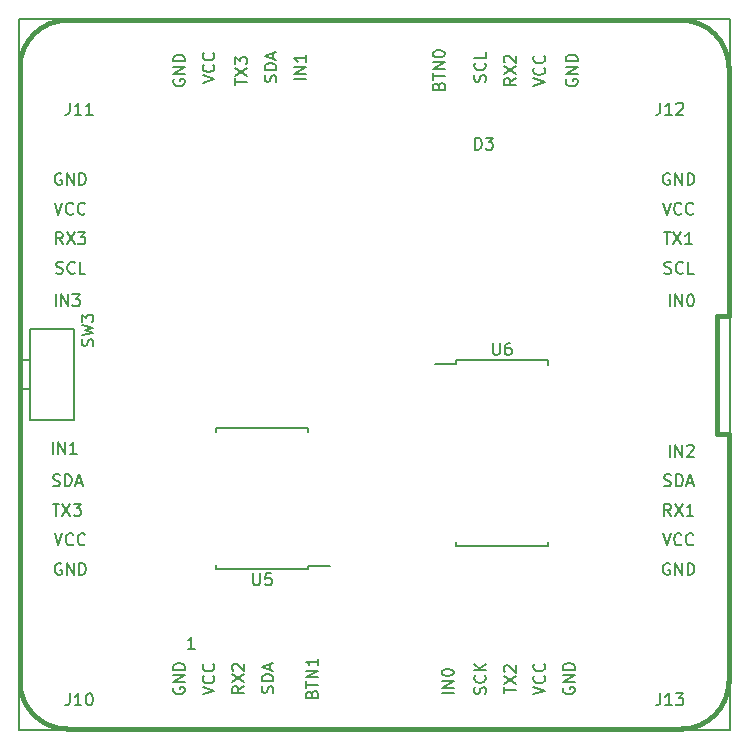
<source format=gbr>
%TF.GenerationSoftware,KiCad,Pcbnew,5.0.1-33cea8e~68~ubuntu16.04.1*%
%TF.CreationDate,2018-11-19T21:37:36+01:00*%
%TF.ProjectId,bcl4v2,62636C3476322E6B696361645F706362,rev?*%
%TF.SameCoordinates,Original*%
%TF.FileFunction,Legend,Top*%
%TF.FilePolarity,Positive*%
%FSLAX46Y46*%
G04 Gerber Fmt 4.6, Leading zero omitted, Abs format (unit mm)*
G04 Created by KiCad (PCBNEW 5.0.1-33cea8e~68~ubuntu16.04.1) date Po 19. listopad 2018, 21:37:36 CET*
%MOMM*%
%LPD*%
G01*
G04 APERTURE LIST*
%ADD10C,0.150000*%
%ADD11C,0.381000*%
G04 APERTURE END LIST*
D10*
X124416666Y-113452380D02*
X124750000Y-114452380D01*
X125083333Y-113452380D01*
X125988095Y-114357142D02*
X125940476Y-114404761D01*
X125797619Y-114452380D01*
X125702380Y-114452380D01*
X125559523Y-114404761D01*
X125464285Y-114309523D01*
X125416666Y-114214285D01*
X125369047Y-114023809D01*
X125369047Y-113880952D01*
X125416666Y-113690476D01*
X125464285Y-113595238D01*
X125559523Y-113500000D01*
X125702380Y-113452380D01*
X125797619Y-113452380D01*
X125940476Y-113500000D01*
X125988095Y-113547619D01*
X126988095Y-114357142D02*
X126940476Y-114404761D01*
X126797619Y-114452380D01*
X126702380Y-114452380D01*
X126559523Y-114404761D01*
X126464285Y-114309523D01*
X126416666Y-114214285D01*
X126369047Y-114023809D01*
X126369047Y-113880952D01*
X126416666Y-113690476D01*
X126464285Y-113595238D01*
X126559523Y-113500000D01*
X126702380Y-113452380D01*
X126797619Y-113452380D01*
X126940476Y-113500000D01*
X126988095Y-113547619D01*
X125000000Y-94202380D02*
X125000000Y-93202380D01*
X125476190Y-94202380D02*
X125476190Y-93202380D01*
X126047619Y-94202380D01*
X126047619Y-93202380D01*
X126714285Y-93202380D02*
X126809523Y-93202380D01*
X126904761Y-93250000D01*
X126952380Y-93297619D01*
X127000000Y-93392857D01*
X127047619Y-93583333D01*
X127047619Y-93821428D01*
X127000000Y-94011904D01*
X126952380Y-94107142D01*
X126904761Y-94154761D01*
X126809523Y-94202380D01*
X126714285Y-94202380D01*
X126619047Y-94154761D01*
X126571428Y-94107142D01*
X126523809Y-94011904D01*
X126476190Y-93821428D01*
X126476190Y-93583333D01*
X126523809Y-93392857D01*
X126571428Y-93297619D01*
X126619047Y-93250000D01*
X126714285Y-93202380D01*
X125000000Y-106952380D02*
X125000000Y-105952380D01*
X125476190Y-106952380D02*
X125476190Y-105952380D01*
X126047619Y-106952380D01*
X126047619Y-105952380D01*
X126476190Y-106047619D02*
X126523809Y-106000000D01*
X126619047Y-105952380D01*
X126857142Y-105952380D01*
X126952380Y-106000000D01*
X127000000Y-106047619D01*
X127047619Y-106142857D01*
X127047619Y-106238095D01*
X127000000Y-106380952D01*
X126428571Y-106952380D01*
X127047619Y-106952380D01*
X124559523Y-91404761D02*
X124702380Y-91452380D01*
X124940476Y-91452380D01*
X125035714Y-91404761D01*
X125083333Y-91357142D01*
X125130952Y-91261904D01*
X125130952Y-91166666D01*
X125083333Y-91071428D01*
X125035714Y-91023809D01*
X124940476Y-90976190D01*
X124750000Y-90928571D01*
X124654761Y-90880952D01*
X124607142Y-90833333D01*
X124559523Y-90738095D01*
X124559523Y-90642857D01*
X124607142Y-90547619D01*
X124654761Y-90500000D01*
X124750000Y-90452380D01*
X124988095Y-90452380D01*
X125130952Y-90500000D01*
X126130952Y-91357142D02*
X126083333Y-91404761D01*
X125940476Y-91452380D01*
X125845238Y-91452380D01*
X125702380Y-91404761D01*
X125607142Y-91309523D01*
X125559523Y-91214285D01*
X125511904Y-91023809D01*
X125511904Y-90880952D01*
X125559523Y-90690476D01*
X125607142Y-90595238D01*
X125702380Y-90500000D01*
X125845238Y-90452380D01*
X125940476Y-90452380D01*
X126083333Y-90500000D01*
X126130952Y-90547619D01*
X127035714Y-91452380D02*
X126559523Y-91452380D01*
X126559523Y-90452380D01*
X124416666Y-85452380D02*
X124750000Y-86452380D01*
X125083333Y-85452380D01*
X125988095Y-86357142D02*
X125940476Y-86404761D01*
X125797619Y-86452380D01*
X125702380Y-86452380D01*
X125559523Y-86404761D01*
X125464285Y-86309523D01*
X125416666Y-86214285D01*
X125369047Y-86023809D01*
X125369047Y-85880952D01*
X125416666Y-85690476D01*
X125464285Y-85595238D01*
X125559523Y-85500000D01*
X125702380Y-85452380D01*
X125797619Y-85452380D01*
X125940476Y-85500000D01*
X125988095Y-85547619D01*
X126988095Y-86357142D02*
X126940476Y-86404761D01*
X126797619Y-86452380D01*
X126702380Y-86452380D01*
X126559523Y-86404761D01*
X126464285Y-86309523D01*
X126416666Y-86214285D01*
X126369047Y-86023809D01*
X126369047Y-85880952D01*
X126416666Y-85690476D01*
X126464285Y-85595238D01*
X126559523Y-85500000D01*
X126702380Y-85452380D01*
X126797619Y-85452380D01*
X126940476Y-85500000D01*
X126988095Y-85547619D01*
X124535714Y-109404761D02*
X124678571Y-109452380D01*
X124916666Y-109452380D01*
X125011904Y-109404761D01*
X125059523Y-109357142D01*
X125107142Y-109261904D01*
X125107142Y-109166666D01*
X125059523Y-109071428D01*
X125011904Y-109023809D01*
X124916666Y-108976190D01*
X124726190Y-108928571D01*
X124630952Y-108880952D01*
X124583333Y-108833333D01*
X124535714Y-108738095D01*
X124535714Y-108642857D01*
X124583333Y-108547619D01*
X124630952Y-108500000D01*
X124726190Y-108452380D01*
X124964285Y-108452380D01*
X125107142Y-108500000D01*
X125535714Y-109452380D02*
X125535714Y-108452380D01*
X125773809Y-108452380D01*
X125916666Y-108500000D01*
X126011904Y-108595238D01*
X126059523Y-108690476D01*
X126107142Y-108880952D01*
X126107142Y-109023809D01*
X126059523Y-109214285D01*
X126011904Y-109309523D01*
X125916666Y-109404761D01*
X125773809Y-109452380D01*
X125535714Y-109452380D01*
X126488095Y-109166666D02*
X126964285Y-109166666D01*
X126392857Y-109452380D02*
X126726190Y-108452380D01*
X127059523Y-109452380D01*
X124988095Y-116000000D02*
X124892857Y-115952380D01*
X124750000Y-115952380D01*
X124607142Y-116000000D01*
X124511904Y-116095238D01*
X124464285Y-116190476D01*
X124416666Y-116380952D01*
X124416666Y-116523809D01*
X124464285Y-116714285D01*
X124511904Y-116809523D01*
X124607142Y-116904761D01*
X124750000Y-116952380D01*
X124845238Y-116952380D01*
X124988095Y-116904761D01*
X125035714Y-116857142D01*
X125035714Y-116523809D01*
X124845238Y-116523809D01*
X125464285Y-116952380D02*
X125464285Y-115952380D01*
X126035714Y-116952380D01*
X126035714Y-115952380D01*
X126511904Y-116952380D02*
X126511904Y-115952380D01*
X126750000Y-115952380D01*
X126892857Y-116000000D01*
X126988095Y-116095238D01*
X127035714Y-116190476D01*
X127083333Y-116380952D01*
X127083333Y-116523809D01*
X127035714Y-116714285D01*
X126988095Y-116809523D01*
X126892857Y-116904761D01*
X126750000Y-116952380D01*
X126511904Y-116952380D01*
X124511904Y-87952380D02*
X125083333Y-87952380D01*
X124797619Y-88952380D02*
X124797619Y-87952380D01*
X125321428Y-87952380D02*
X125988095Y-88952380D01*
X125988095Y-87952380D02*
X125321428Y-88952380D01*
X126892857Y-88952380D02*
X126321428Y-88952380D01*
X126607142Y-88952380D02*
X126607142Y-87952380D01*
X126511904Y-88095238D01*
X126416666Y-88190476D01*
X126321428Y-88238095D01*
X125107142Y-111952380D02*
X124773809Y-111476190D01*
X124535714Y-111952380D02*
X124535714Y-110952380D01*
X124916666Y-110952380D01*
X125011904Y-111000000D01*
X125059523Y-111047619D01*
X125107142Y-111142857D01*
X125107142Y-111285714D01*
X125059523Y-111380952D01*
X125011904Y-111428571D01*
X124916666Y-111476190D01*
X124535714Y-111476190D01*
X125440476Y-110952380D02*
X126107142Y-111952380D01*
X126107142Y-110952380D02*
X125440476Y-111952380D01*
X127011904Y-111952380D02*
X126440476Y-111952380D01*
X126726190Y-111952380D02*
X126726190Y-110952380D01*
X126630952Y-111095238D01*
X126535714Y-111190476D01*
X126440476Y-111238095D01*
X124988095Y-83000000D02*
X124892857Y-82952380D01*
X124750000Y-82952380D01*
X124607142Y-83000000D01*
X124511904Y-83095238D01*
X124464285Y-83190476D01*
X124416666Y-83380952D01*
X124416666Y-83523809D01*
X124464285Y-83714285D01*
X124511904Y-83809523D01*
X124607142Y-83904761D01*
X124750000Y-83952380D01*
X124845238Y-83952380D01*
X124988095Y-83904761D01*
X125035714Y-83857142D01*
X125035714Y-83523809D01*
X124845238Y-83523809D01*
X125464285Y-83952380D02*
X125464285Y-82952380D01*
X126035714Y-83952380D01*
X126035714Y-82952380D01*
X126511904Y-83952380D02*
X126511904Y-82952380D01*
X126750000Y-82952380D01*
X126892857Y-83000000D01*
X126988095Y-83095238D01*
X127035714Y-83190476D01*
X127083333Y-83380952D01*
X127083333Y-83523809D01*
X127035714Y-83714285D01*
X126988095Y-83809523D01*
X126892857Y-83904761D01*
X126750000Y-83952380D01*
X126511904Y-83952380D01*
X73488095Y-116000000D02*
X73392857Y-115952380D01*
X73250000Y-115952380D01*
X73107142Y-116000000D01*
X73011904Y-116095238D01*
X72964285Y-116190476D01*
X72916666Y-116380952D01*
X72916666Y-116523809D01*
X72964285Y-116714285D01*
X73011904Y-116809523D01*
X73107142Y-116904761D01*
X73250000Y-116952380D01*
X73345238Y-116952380D01*
X73488095Y-116904761D01*
X73535714Y-116857142D01*
X73535714Y-116523809D01*
X73345238Y-116523809D01*
X73964285Y-116952380D02*
X73964285Y-115952380D01*
X74535714Y-116952380D01*
X74535714Y-115952380D01*
X75011904Y-116952380D02*
X75011904Y-115952380D01*
X75250000Y-115952380D01*
X75392857Y-116000000D01*
X75488095Y-116095238D01*
X75535714Y-116190476D01*
X75583333Y-116380952D01*
X75583333Y-116523809D01*
X75535714Y-116714285D01*
X75488095Y-116809523D01*
X75392857Y-116904761D01*
X75250000Y-116952380D01*
X75011904Y-116952380D01*
X73488095Y-83000000D02*
X73392857Y-82952380D01*
X73250000Y-82952380D01*
X73107142Y-83000000D01*
X73011904Y-83095238D01*
X72964285Y-83190476D01*
X72916666Y-83380952D01*
X72916666Y-83523809D01*
X72964285Y-83714285D01*
X73011904Y-83809523D01*
X73107142Y-83904761D01*
X73250000Y-83952380D01*
X73345238Y-83952380D01*
X73488095Y-83904761D01*
X73535714Y-83857142D01*
X73535714Y-83523809D01*
X73345238Y-83523809D01*
X73964285Y-83952380D02*
X73964285Y-82952380D01*
X74535714Y-83952380D01*
X74535714Y-82952380D01*
X75011904Y-83952380D02*
X75011904Y-82952380D01*
X75250000Y-82952380D01*
X75392857Y-83000000D01*
X75488095Y-83095238D01*
X75535714Y-83190476D01*
X75583333Y-83380952D01*
X75583333Y-83523809D01*
X75535714Y-83714285D01*
X75488095Y-83809523D01*
X75392857Y-83904761D01*
X75250000Y-83952380D01*
X75011904Y-83952380D01*
X73000000Y-94202380D02*
X73000000Y-93202380D01*
X73476190Y-94202380D02*
X73476190Y-93202380D01*
X74047619Y-94202380D01*
X74047619Y-93202380D01*
X74428571Y-93202380D02*
X75047619Y-93202380D01*
X74714285Y-93583333D01*
X74857142Y-93583333D01*
X74952380Y-93630952D01*
X75000000Y-93678571D01*
X75047619Y-93773809D01*
X75047619Y-94011904D01*
X75000000Y-94107142D01*
X74952380Y-94154761D01*
X74857142Y-94202380D01*
X74571428Y-94202380D01*
X74476190Y-94154761D01*
X74428571Y-94107142D01*
X72761904Y-110952380D02*
X73333333Y-110952380D01*
X73047619Y-111952380D02*
X73047619Y-110952380D01*
X73571428Y-110952380D02*
X74238095Y-111952380D01*
X74238095Y-110952380D02*
X73571428Y-111952380D01*
X74523809Y-110952380D02*
X75142857Y-110952380D01*
X74809523Y-111333333D01*
X74952380Y-111333333D01*
X75047619Y-111380952D01*
X75095238Y-111428571D01*
X75142857Y-111523809D01*
X75142857Y-111761904D01*
X75095238Y-111857142D01*
X75047619Y-111904761D01*
X74952380Y-111952380D01*
X74666666Y-111952380D01*
X74571428Y-111904761D01*
X74523809Y-111857142D01*
X72916666Y-113452380D02*
X73250000Y-114452380D01*
X73583333Y-113452380D01*
X74488095Y-114357142D02*
X74440476Y-114404761D01*
X74297619Y-114452380D01*
X74202380Y-114452380D01*
X74059523Y-114404761D01*
X73964285Y-114309523D01*
X73916666Y-114214285D01*
X73869047Y-114023809D01*
X73869047Y-113880952D01*
X73916666Y-113690476D01*
X73964285Y-113595238D01*
X74059523Y-113500000D01*
X74202380Y-113452380D01*
X74297619Y-113452380D01*
X74440476Y-113500000D01*
X74488095Y-113547619D01*
X75488095Y-114357142D02*
X75440476Y-114404761D01*
X75297619Y-114452380D01*
X75202380Y-114452380D01*
X75059523Y-114404761D01*
X74964285Y-114309523D01*
X74916666Y-114214285D01*
X74869047Y-114023809D01*
X74869047Y-113880952D01*
X74916666Y-113690476D01*
X74964285Y-113595238D01*
X75059523Y-113500000D01*
X75202380Y-113452380D01*
X75297619Y-113452380D01*
X75440476Y-113500000D01*
X75488095Y-113547619D01*
X73059523Y-91404761D02*
X73202380Y-91452380D01*
X73440476Y-91452380D01*
X73535714Y-91404761D01*
X73583333Y-91357142D01*
X73630952Y-91261904D01*
X73630952Y-91166666D01*
X73583333Y-91071428D01*
X73535714Y-91023809D01*
X73440476Y-90976190D01*
X73250000Y-90928571D01*
X73154761Y-90880952D01*
X73107142Y-90833333D01*
X73059523Y-90738095D01*
X73059523Y-90642857D01*
X73107142Y-90547619D01*
X73154761Y-90500000D01*
X73250000Y-90452380D01*
X73488095Y-90452380D01*
X73630952Y-90500000D01*
X74630952Y-91357142D02*
X74583333Y-91404761D01*
X74440476Y-91452380D01*
X74345238Y-91452380D01*
X74202380Y-91404761D01*
X74107142Y-91309523D01*
X74059523Y-91214285D01*
X74011904Y-91023809D01*
X74011904Y-90880952D01*
X74059523Y-90690476D01*
X74107142Y-90595238D01*
X74202380Y-90500000D01*
X74345238Y-90452380D01*
X74440476Y-90452380D01*
X74583333Y-90500000D01*
X74630952Y-90547619D01*
X75535714Y-91452380D02*
X75059523Y-91452380D01*
X75059523Y-90452380D01*
X72785714Y-109404761D02*
X72928571Y-109452380D01*
X73166666Y-109452380D01*
X73261904Y-109404761D01*
X73309523Y-109357142D01*
X73357142Y-109261904D01*
X73357142Y-109166666D01*
X73309523Y-109071428D01*
X73261904Y-109023809D01*
X73166666Y-108976190D01*
X72976190Y-108928571D01*
X72880952Y-108880952D01*
X72833333Y-108833333D01*
X72785714Y-108738095D01*
X72785714Y-108642857D01*
X72833333Y-108547619D01*
X72880952Y-108500000D01*
X72976190Y-108452380D01*
X73214285Y-108452380D01*
X73357142Y-108500000D01*
X73785714Y-109452380D02*
X73785714Y-108452380D01*
X74023809Y-108452380D01*
X74166666Y-108500000D01*
X74261904Y-108595238D01*
X74309523Y-108690476D01*
X74357142Y-108880952D01*
X74357142Y-109023809D01*
X74309523Y-109214285D01*
X74261904Y-109309523D01*
X74166666Y-109404761D01*
X74023809Y-109452380D01*
X73785714Y-109452380D01*
X74738095Y-109166666D02*
X75214285Y-109166666D01*
X74642857Y-109452380D02*
X74976190Y-108452380D01*
X75309523Y-109452380D01*
X72750000Y-106702380D02*
X72750000Y-105702380D01*
X73226190Y-106702380D02*
X73226190Y-105702380D01*
X73797619Y-106702380D01*
X73797619Y-105702380D01*
X74797619Y-106702380D02*
X74226190Y-106702380D01*
X74511904Y-106702380D02*
X74511904Y-105702380D01*
X74416666Y-105845238D01*
X74321428Y-105940476D01*
X74226190Y-105988095D01*
X72916666Y-85452380D02*
X73250000Y-86452380D01*
X73583333Y-85452380D01*
X74488095Y-86357142D02*
X74440476Y-86404761D01*
X74297619Y-86452380D01*
X74202380Y-86452380D01*
X74059523Y-86404761D01*
X73964285Y-86309523D01*
X73916666Y-86214285D01*
X73869047Y-86023809D01*
X73869047Y-85880952D01*
X73916666Y-85690476D01*
X73964285Y-85595238D01*
X74059523Y-85500000D01*
X74202380Y-85452380D01*
X74297619Y-85452380D01*
X74440476Y-85500000D01*
X74488095Y-85547619D01*
X75488095Y-86357142D02*
X75440476Y-86404761D01*
X75297619Y-86452380D01*
X75202380Y-86452380D01*
X75059523Y-86404761D01*
X74964285Y-86309523D01*
X74916666Y-86214285D01*
X74869047Y-86023809D01*
X74869047Y-85880952D01*
X74916666Y-85690476D01*
X74964285Y-85595238D01*
X75059523Y-85500000D01*
X75202380Y-85452380D01*
X75297619Y-85452380D01*
X75440476Y-85500000D01*
X75488095Y-85547619D01*
X73607142Y-88952380D02*
X73273809Y-88476190D01*
X73035714Y-88952380D02*
X73035714Y-87952380D01*
X73416666Y-87952380D01*
X73511904Y-88000000D01*
X73559523Y-88047619D01*
X73607142Y-88142857D01*
X73607142Y-88285714D01*
X73559523Y-88380952D01*
X73511904Y-88428571D01*
X73416666Y-88476190D01*
X73035714Y-88476190D01*
X73940476Y-87952380D02*
X74607142Y-88952380D01*
X74607142Y-87952380D02*
X73940476Y-88952380D01*
X74892857Y-87952380D02*
X75511904Y-87952380D01*
X75178571Y-88333333D01*
X75321428Y-88333333D01*
X75416666Y-88380952D01*
X75464285Y-88428571D01*
X75511904Y-88523809D01*
X75511904Y-88761904D01*
X75464285Y-88857142D01*
X75416666Y-88904761D01*
X75321428Y-88952380D01*
X75035714Y-88952380D01*
X74940476Y-88904761D01*
X74892857Y-88857142D01*
X94202380Y-75000000D02*
X93202380Y-75000000D01*
X94202380Y-74523809D02*
X93202380Y-74523809D01*
X94202380Y-73952380D01*
X93202380Y-73952380D01*
X94202380Y-72952380D02*
X94202380Y-73523809D01*
X94202380Y-73238095D02*
X93202380Y-73238095D01*
X93345238Y-73333333D01*
X93440476Y-73428571D01*
X93488095Y-73523809D01*
X91654761Y-75214285D02*
X91702380Y-75071428D01*
X91702380Y-74833333D01*
X91654761Y-74738095D01*
X91607142Y-74690476D01*
X91511904Y-74642857D01*
X91416666Y-74642857D01*
X91321428Y-74690476D01*
X91273809Y-74738095D01*
X91226190Y-74833333D01*
X91178571Y-75023809D01*
X91130952Y-75119047D01*
X91083333Y-75166666D01*
X90988095Y-75214285D01*
X90892857Y-75214285D01*
X90797619Y-75166666D01*
X90750000Y-75119047D01*
X90702380Y-75023809D01*
X90702380Y-74785714D01*
X90750000Y-74642857D01*
X91702380Y-74214285D02*
X90702380Y-74214285D01*
X90702380Y-73976190D01*
X90750000Y-73833333D01*
X90845238Y-73738095D01*
X90940476Y-73690476D01*
X91130952Y-73642857D01*
X91273809Y-73642857D01*
X91464285Y-73690476D01*
X91559523Y-73738095D01*
X91654761Y-73833333D01*
X91702380Y-73976190D01*
X91702380Y-74214285D01*
X91416666Y-73261904D02*
X91416666Y-72785714D01*
X91702380Y-73357142D02*
X90702380Y-73023809D01*
X91702380Y-72690476D01*
X83000000Y-75011904D02*
X82952380Y-75107142D01*
X82952380Y-75250000D01*
X83000000Y-75392857D01*
X83095238Y-75488095D01*
X83190476Y-75535714D01*
X83380952Y-75583333D01*
X83523809Y-75583333D01*
X83714285Y-75535714D01*
X83809523Y-75488095D01*
X83904761Y-75392857D01*
X83952380Y-75250000D01*
X83952380Y-75154761D01*
X83904761Y-75011904D01*
X83857142Y-74964285D01*
X83523809Y-74964285D01*
X83523809Y-75154761D01*
X83952380Y-74535714D02*
X82952380Y-74535714D01*
X83952380Y-73964285D01*
X82952380Y-73964285D01*
X83952380Y-73488095D02*
X82952380Y-73488095D01*
X82952380Y-73250000D01*
X83000000Y-73107142D01*
X83095238Y-73011904D01*
X83190476Y-72964285D01*
X83380952Y-72916666D01*
X83523809Y-72916666D01*
X83714285Y-72964285D01*
X83809523Y-73011904D01*
X83904761Y-73107142D01*
X83952380Y-73250000D01*
X83952380Y-73488095D01*
X85452380Y-75333333D02*
X86452380Y-75000000D01*
X85452380Y-74666666D01*
X86357142Y-73761904D02*
X86404761Y-73809523D01*
X86452380Y-73952380D01*
X86452380Y-74047619D01*
X86404761Y-74190476D01*
X86309523Y-74285714D01*
X86214285Y-74333333D01*
X86023809Y-74380952D01*
X85880952Y-74380952D01*
X85690476Y-74333333D01*
X85595238Y-74285714D01*
X85500000Y-74190476D01*
X85452380Y-74047619D01*
X85452380Y-73952380D01*
X85500000Y-73809523D01*
X85547619Y-73761904D01*
X86357142Y-72761904D02*
X86404761Y-72809523D01*
X86452380Y-72952380D01*
X86452380Y-73047619D01*
X86404761Y-73190476D01*
X86309523Y-73285714D01*
X86214285Y-73333333D01*
X86023809Y-73380952D01*
X85880952Y-73380952D01*
X85690476Y-73333333D01*
X85595238Y-73285714D01*
X85500000Y-73190476D01*
X85452380Y-73047619D01*
X85452380Y-72952380D01*
X85500000Y-72809523D01*
X85547619Y-72761904D01*
X88202380Y-75488095D02*
X88202380Y-74916666D01*
X89202380Y-75202380D02*
X88202380Y-75202380D01*
X88202380Y-74678571D02*
X89202380Y-74011904D01*
X88202380Y-74011904D02*
X89202380Y-74678571D01*
X88202380Y-73726190D02*
X88202380Y-73107142D01*
X88583333Y-73440476D01*
X88583333Y-73297619D01*
X88630952Y-73202380D01*
X88678571Y-73154761D01*
X88773809Y-73107142D01*
X89011904Y-73107142D01*
X89107142Y-73154761D01*
X89154761Y-73202380D01*
X89202380Y-73297619D01*
X89202380Y-73583333D01*
X89154761Y-73678571D01*
X89107142Y-73726190D01*
X105428571Y-75559523D02*
X105476190Y-75416666D01*
X105523809Y-75369047D01*
X105619047Y-75321428D01*
X105761904Y-75321428D01*
X105857142Y-75369047D01*
X105904761Y-75416666D01*
X105952380Y-75511904D01*
X105952380Y-75892857D01*
X104952380Y-75892857D01*
X104952380Y-75559523D01*
X105000000Y-75464285D01*
X105047619Y-75416666D01*
X105142857Y-75369047D01*
X105238095Y-75369047D01*
X105333333Y-75416666D01*
X105380952Y-75464285D01*
X105428571Y-75559523D01*
X105428571Y-75892857D01*
X104952380Y-75035714D02*
X104952380Y-74464285D01*
X105952380Y-74750000D02*
X104952380Y-74750000D01*
X105952380Y-74130952D02*
X104952380Y-74130952D01*
X105952380Y-73559523D01*
X104952380Y-73559523D01*
X104952380Y-72892857D02*
X104952380Y-72797619D01*
X105000000Y-72702380D01*
X105047619Y-72654761D01*
X105142857Y-72607142D01*
X105333333Y-72559523D01*
X105571428Y-72559523D01*
X105761904Y-72607142D01*
X105857142Y-72654761D01*
X105904761Y-72702380D01*
X105952380Y-72797619D01*
X105952380Y-72892857D01*
X105904761Y-72988095D01*
X105857142Y-73035714D01*
X105761904Y-73083333D01*
X105571428Y-73130952D01*
X105333333Y-73130952D01*
X105142857Y-73083333D01*
X105047619Y-73035714D01*
X105000000Y-72988095D01*
X104952380Y-72892857D01*
X109404761Y-75190476D02*
X109452380Y-75047619D01*
X109452380Y-74809523D01*
X109404761Y-74714285D01*
X109357142Y-74666666D01*
X109261904Y-74619047D01*
X109166666Y-74619047D01*
X109071428Y-74666666D01*
X109023809Y-74714285D01*
X108976190Y-74809523D01*
X108928571Y-75000000D01*
X108880952Y-75095238D01*
X108833333Y-75142857D01*
X108738095Y-75190476D01*
X108642857Y-75190476D01*
X108547619Y-75142857D01*
X108500000Y-75095238D01*
X108452380Y-75000000D01*
X108452380Y-74761904D01*
X108500000Y-74619047D01*
X109357142Y-73619047D02*
X109404761Y-73666666D01*
X109452380Y-73809523D01*
X109452380Y-73904761D01*
X109404761Y-74047619D01*
X109309523Y-74142857D01*
X109214285Y-74190476D01*
X109023809Y-74238095D01*
X108880952Y-74238095D01*
X108690476Y-74190476D01*
X108595238Y-74142857D01*
X108500000Y-74047619D01*
X108452380Y-73904761D01*
X108452380Y-73809523D01*
X108500000Y-73666666D01*
X108547619Y-73619047D01*
X109452380Y-72714285D02*
X109452380Y-73190476D01*
X108452380Y-73190476D01*
X116250000Y-75011904D02*
X116202380Y-75107142D01*
X116202380Y-75250000D01*
X116250000Y-75392857D01*
X116345238Y-75488095D01*
X116440476Y-75535714D01*
X116630952Y-75583333D01*
X116773809Y-75583333D01*
X116964285Y-75535714D01*
X117059523Y-75488095D01*
X117154761Y-75392857D01*
X117202380Y-75250000D01*
X117202380Y-75154761D01*
X117154761Y-75011904D01*
X117107142Y-74964285D01*
X116773809Y-74964285D01*
X116773809Y-75154761D01*
X117202380Y-74535714D02*
X116202380Y-74535714D01*
X117202380Y-73964285D01*
X116202380Y-73964285D01*
X117202380Y-73488095D02*
X116202380Y-73488095D01*
X116202380Y-73250000D01*
X116250000Y-73107142D01*
X116345238Y-73011904D01*
X116440476Y-72964285D01*
X116630952Y-72916666D01*
X116773809Y-72916666D01*
X116964285Y-72964285D01*
X117059523Y-73011904D01*
X117154761Y-73107142D01*
X117202380Y-73250000D01*
X117202380Y-73488095D01*
X113452380Y-75583333D02*
X114452380Y-75250000D01*
X113452380Y-74916666D01*
X114357142Y-74011904D02*
X114404761Y-74059523D01*
X114452380Y-74202380D01*
X114452380Y-74297619D01*
X114404761Y-74440476D01*
X114309523Y-74535714D01*
X114214285Y-74583333D01*
X114023809Y-74630952D01*
X113880952Y-74630952D01*
X113690476Y-74583333D01*
X113595238Y-74535714D01*
X113500000Y-74440476D01*
X113452380Y-74297619D01*
X113452380Y-74202380D01*
X113500000Y-74059523D01*
X113547619Y-74011904D01*
X114357142Y-73011904D02*
X114404761Y-73059523D01*
X114452380Y-73202380D01*
X114452380Y-73297619D01*
X114404761Y-73440476D01*
X114309523Y-73535714D01*
X114214285Y-73583333D01*
X114023809Y-73630952D01*
X113880952Y-73630952D01*
X113690476Y-73583333D01*
X113595238Y-73535714D01*
X113500000Y-73440476D01*
X113452380Y-73297619D01*
X113452380Y-73202380D01*
X113500000Y-73059523D01*
X113547619Y-73011904D01*
X111952380Y-74892857D02*
X111476190Y-75226190D01*
X111952380Y-75464285D02*
X110952380Y-75464285D01*
X110952380Y-75083333D01*
X111000000Y-74988095D01*
X111047619Y-74940476D01*
X111142857Y-74892857D01*
X111285714Y-74892857D01*
X111380952Y-74940476D01*
X111428571Y-74988095D01*
X111476190Y-75083333D01*
X111476190Y-75464285D01*
X110952380Y-74559523D02*
X111952380Y-73892857D01*
X110952380Y-73892857D02*
X111952380Y-74559523D01*
X111047619Y-73559523D02*
X111000000Y-73511904D01*
X110952380Y-73416666D01*
X110952380Y-73178571D01*
X111000000Y-73083333D01*
X111047619Y-73035714D01*
X111142857Y-72988095D01*
X111238095Y-72988095D01*
X111380952Y-73035714D01*
X111952380Y-73607142D01*
X111952380Y-72988095D01*
X106702380Y-127000000D02*
X105702380Y-127000000D01*
X106702380Y-126523809D02*
X105702380Y-126523809D01*
X106702380Y-125952380D01*
X105702380Y-125952380D01*
X105702380Y-125285714D02*
X105702380Y-125190476D01*
X105750000Y-125095238D01*
X105797619Y-125047619D01*
X105892857Y-125000000D01*
X106083333Y-124952380D01*
X106321428Y-124952380D01*
X106511904Y-125000000D01*
X106607142Y-125047619D01*
X106654761Y-125095238D01*
X106702380Y-125190476D01*
X106702380Y-125285714D01*
X106654761Y-125380952D01*
X106607142Y-125428571D01*
X106511904Y-125476190D01*
X106321428Y-125523809D01*
X106083333Y-125523809D01*
X105892857Y-125476190D01*
X105797619Y-125428571D01*
X105750000Y-125380952D01*
X105702380Y-125285714D01*
X109404761Y-127035714D02*
X109452380Y-126892857D01*
X109452380Y-126654761D01*
X109404761Y-126559523D01*
X109357142Y-126511904D01*
X109261904Y-126464285D01*
X109166666Y-126464285D01*
X109071428Y-126511904D01*
X109023809Y-126559523D01*
X108976190Y-126654761D01*
X108928571Y-126845238D01*
X108880952Y-126940476D01*
X108833333Y-126988095D01*
X108738095Y-127035714D01*
X108642857Y-127035714D01*
X108547619Y-126988095D01*
X108500000Y-126940476D01*
X108452380Y-126845238D01*
X108452380Y-126607142D01*
X108500000Y-126464285D01*
X109357142Y-125464285D02*
X109404761Y-125511904D01*
X109452380Y-125654761D01*
X109452380Y-125750000D01*
X109404761Y-125892857D01*
X109309523Y-125988095D01*
X109214285Y-126035714D01*
X109023809Y-126083333D01*
X108880952Y-126083333D01*
X108690476Y-126035714D01*
X108595238Y-125988095D01*
X108500000Y-125892857D01*
X108452380Y-125750000D01*
X108452380Y-125654761D01*
X108500000Y-125511904D01*
X108547619Y-125464285D01*
X109452380Y-125035714D02*
X108452380Y-125035714D01*
X109452380Y-124464285D02*
X108880952Y-124892857D01*
X108452380Y-124464285D02*
X109023809Y-125035714D01*
X110952380Y-126988095D02*
X110952380Y-126416666D01*
X111952380Y-126702380D02*
X110952380Y-126702380D01*
X110952380Y-126178571D02*
X111952380Y-125511904D01*
X110952380Y-125511904D02*
X111952380Y-126178571D01*
X111047619Y-125178571D02*
X111000000Y-125130952D01*
X110952380Y-125035714D01*
X110952380Y-124797619D01*
X111000000Y-124702380D01*
X111047619Y-124654761D01*
X111142857Y-124607142D01*
X111238095Y-124607142D01*
X111380952Y-124654761D01*
X111952380Y-125226190D01*
X111952380Y-124607142D01*
X113452380Y-127083333D02*
X114452380Y-126750000D01*
X113452380Y-126416666D01*
X114357142Y-125511904D02*
X114404761Y-125559523D01*
X114452380Y-125702380D01*
X114452380Y-125797619D01*
X114404761Y-125940476D01*
X114309523Y-126035714D01*
X114214285Y-126083333D01*
X114023809Y-126130952D01*
X113880952Y-126130952D01*
X113690476Y-126083333D01*
X113595238Y-126035714D01*
X113500000Y-125940476D01*
X113452380Y-125797619D01*
X113452380Y-125702380D01*
X113500000Y-125559523D01*
X113547619Y-125511904D01*
X114357142Y-124511904D02*
X114404761Y-124559523D01*
X114452380Y-124702380D01*
X114452380Y-124797619D01*
X114404761Y-124940476D01*
X114309523Y-125035714D01*
X114214285Y-125083333D01*
X114023809Y-125130952D01*
X113880952Y-125130952D01*
X113690476Y-125083333D01*
X113595238Y-125035714D01*
X113500000Y-124940476D01*
X113452380Y-124797619D01*
X113452380Y-124702380D01*
X113500000Y-124559523D01*
X113547619Y-124511904D01*
X116000000Y-126511904D02*
X115952380Y-126607142D01*
X115952380Y-126750000D01*
X116000000Y-126892857D01*
X116095238Y-126988095D01*
X116190476Y-127035714D01*
X116380952Y-127083333D01*
X116523809Y-127083333D01*
X116714285Y-127035714D01*
X116809523Y-126988095D01*
X116904761Y-126892857D01*
X116952380Y-126750000D01*
X116952380Y-126654761D01*
X116904761Y-126511904D01*
X116857142Y-126464285D01*
X116523809Y-126464285D01*
X116523809Y-126654761D01*
X116952380Y-126035714D02*
X115952380Y-126035714D01*
X116952380Y-125464285D01*
X115952380Y-125464285D01*
X116952380Y-124988095D02*
X115952380Y-124988095D01*
X115952380Y-124750000D01*
X116000000Y-124607142D01*
X116095238Y-124511904D01*
X116190476Y-124464285D01*
X116380952Y-124416666D01*
X116523809Y-124416666D01*
X116714285Y-124464285D01*
X116809523Y-124511904D01*
X116904761Y-124607142D01*
X116952380Y-124750000D01*
X116952380Y-124988095D01*
X94678571Y-127059523D02*
X94726190Y-126916666D01*
X94773809Y-126869047D01*
X94869047Y-126821428D01*
X95011904Y-126821428D01*
X95107142Y-126869047D01*
X95154761Y-126916666D01*
X95202380Y-127011904D01*
X95202380Y-127392857D01*
X94202380Y-127392857D01*
X94202380Y-127059523D01*
X94250000Y-126964285D01*
X94297619Y-126916666D01*
X94392857Y-126869047D01*
X94488095Y-126869047D01*
X94583333Y-126916666D01*
X94630952Y-126964285D01*
X94678571Y-127059523D01*
X94678571Y-127392857D01*
X94202380Y-126535714D02*
X94202380Y-125964285D01*
X95202380Y-126250000D02*
X94202380Y-126250000D01*
X95202380Y-125630952D02*
X94202380Y-125630952D01*
X95202380Y-125059523D01*
X94202380Y-125059523D01*
X95202380Y-124059523D02*
X95202380Y-124630952D01*
X95202380Y-124345238D02*
X94202380Y-124345238D01*
X94345238Y-124440476D01*
X94440476Y-124535714D01*
X94488095Y-124630952D01*
X91404761Y-126964285D02*
X91452380Y-126821428D01*
X91452380Y-126583333D01*
X91404761Y-126488095D01*
X91357142Y-126440476D01*
X91261904Y-126392857D01*
X91166666Y-126392857D01*
X91071428Y-126440476D01*
X91023809Y-126488095D01*
X90976190Y-126583333D01*
X90928571Y-126773809D01*
X90880952Y-126869047D01*
X90833333Y-126916666D01*
X90738095Y-126964285D01*
X90642857Y-126964285D01*
X90547619Y-126916666D01*
X90500000Y-126869047D01*
X90452380Y-126773809D01*
X90452380Y-126535714D01*
X90500000Y-126392857D01*
X91452380Y-125964285D02*
X90452380Y-125964285D01*
X90452380Y-125726190D01*
X90500000Y-125583333D01*
X90595238Y-125488095D01*
X90690476Y-125440476D01*
X90880952Y-125392857D01*
X91023809Y-125392857D01*
X91214285Y-125440476D01*
X91309523Y-125488095D01*
X91404761Y-125583333D01*
X91452380Y-125726190D01*
X91452380Y-125964285D01*
X91166666Y-125011904D02*
X91166666Y-124535714D01*
X91452380Y-125107142D02*
X90452380Y-124773809D01*
X91452380Y-124440476D01*
X88952380Y-126392857D02*
X88476190Y-126726190D01*
X88952380Y-126964285D02*
X87952380Y-126964285D01*
X87952380Y-126583333D01*
X88000000Y-126488095D01*
X88047619Y-126440476D01*
X88142857Y-126392857D01*
X88285714Y-126392857D01*
X88380952Y-126440476D01*
X88428571Y-126488095D01*
X88476190Y-126583333D01*
X88476190Y-126964285D01*
X87952380Y-126059523D02*
X88952380Y-125392857D01*
X87952380Y-125392857D02*
X88952380Y-126059523D01*
X88047619Y-125059523D02*
X88000000Y-125011904D01*
X87952380Y-124916666D01*
X87952380Y-124678571D01*
X88000000Y-124583333D01*
X88047619Y-124535714D01*
X88142857Y-124488095D01*
X88238095Y-124488095D01*
X88380952Y-124535714D01*
X88952380Y-125107142D01*
X88952380Y-124488095D01*
X85452380Y-127083333D02*
X86452380Y-126750000D01*
X85452380Y-126416666D01*
X86357142Y-125511904D02*
X86404761Y-125559523D01*
X86452380Y-125702380D01*
X86452380Y-125797619D01*
X86404761Y-125940476D01*
X86309523Y-126035714D01*
X86214285Y-126083333D01*
X86023809Y-126130952D01*
X85880952Y-126130952D01*
X85690476Y-126083333D01*
X85595238Y-126035714D01*
X85500000Y-125940476D01*
X85452380Y-125797619D01*
X85452380Y-125702380D01*
X85500000Y-125559523D01*
X85547619Y-125511904D01*
X86357142Y-124511904D02*
X86404761Y-124559523D01*
X86452380Y-124702380D01*
X86452380Y-124797619D01*
X86404761Y-124940476D01*
X86309523Y-125035714D01*
X86214285Y-125083333D01*
X86023809Y-125130952D01*
X85880952Y-125130952D01*
X85690476Y-125083333D01*
X85595238Y-125035714D01*
X85500000Y-124940476D01*
X85452380Y-124797619D01*
X85452380Y-124702380D01*
X85500000Y-124559523D01*
X85547619Y-124511904D01*
X83000000Y-126511904D02*
X82952380Y-126607142D01*
X82952380Y-126750000D01*
X83000000Y-126892857D01*
X83095238Y-126988095D01*
X83190476Y-127035714D01*
X83380952Y-127083333D01*
X83523809Y-127083333D01*
X83714285Y-127035714D01*
X83809523Y-126988095D01*
X83904761Y-126892857D01*
X83952380Y-126750000D01*
X83952380Y-126654761D01*
X83904761Y-126511904D01*
X83857142Y-126464285D01*
X83523809Y-126464285D01*
X83523809Y-126654761D01*
X83952380Y-126035714D02*
X82952380Y-126035714D01*
X83952380Y-125464285D01*
X82952380Y-125464285D01*
X83952380Y-124988095D02*
X82952380Y-124988095D01*
X82952380Y-124750000D01*
X83000000Y-124607142D01*
X83095238Y-124511904D01*
X83190476Y-124464285D01*
X83380952Y-124416666D01*
X83523809Y-124416666D01*
X83714285Y-124464285D01*
X83809523Y-124511904D01*
X83904761Y-124607142D01*
X83952380Y-124750000D01*
X83952380Y-124988095D01*
X84785714Y-123202380D02*
X84214285Y-123202380D01*
X84500000Y-123202380D02*
X84500000Y-122202380D01*
X84404761Y-122345238D01*
X84309523Y-122440476D01*
X84214285Y-122488095D01*
D11*
X129000000Y-105000000D02*
X130000000Y-105000000D01*
X129000000Y-95000000D02*
X129000000Y-105000000D01*
X130000000Y-95000000D02*
X129000000Y-95000000D01*
X74000000Y-70000000D02*
X126000000Y-70000000D01*
X70000000Y-126000000D02*
X70000000Y-74000000D01*
X126000000Y-130000000D02*
X74000000Y-130000000D01*
X130000000Y-105000000D02*
X130000000Y-126000000D01*
X126000000Y-130000000D02*
G75*
G03X130000000Y-126000000I0J4000000D01*
G01*
X70000000Y-126000000D02*
G75*
G03X74000000Y-130000000I4000000J0D01*
G01*
X74000000Y-70000000D02*
G75*
G03X70000000Y-74000000I0J-4000000D01*
G01*
X130000000Y-74000000D02*
X130000000Y-95000000D01*
X130000000Y-74000000D02*
G75*
G03X126000000Y-70000000I-4000000J0D01*
G01*
D10*
X69900000Y-130100000D02*
X69900000Y-69900000D01*
X130100000Y-130100000D02*
X69900000Y-130100000D01*
X130100000Y-69900000D02*
X130100000Y-130100000D01*
X69900000Y-69900000D02*
X130100000Y-69900000D01*
X70850000Y-101250000D02*
X70050000Y-101250000D01*
X70050000Y-101250000D02*
X70050000Y-98750000D01*
X70850000Y-98750000D02*
X70050000Y-98750000D01*
X70850000Y-103850000D02*
X70850000Y-96150000D01*
X70850000Y-96150000D02*
X74550000Y-96150000D01*
X74550000Y-96150000D02*
X74550000Y-103850000D01*
X74550000Y-103850000D02*
X70850000Y-103850000D01*
X94375000Y-116200000D02*
X96200000Y-116200000D01*
X94375000Y-104550000D02*
X86625000Y-104550000D01*
X94375000Y-116450000D02*
X86625000Y-116450000D01*
X94375000Y-104550000D02*
X94375000Y-104895000D01*
X86625000Y-104550000D02*
X86625000Y-104895000D01*
X86625000Y-116450000D02*
X86625000Y-116105000D01*
X94375000Y-116450000D02*
X94375000Y-116200000D01*
X106925000Y-99075000D02*
X105100000Y-99075000D01*
X106925000Y-114550000D02*
X114675000Y-114550000D01*
X106925000Y-98800000D02*
X114675000Y-98800000D01*
X106925000Y-114550000D02*
X106925000Y-114185000D01*
X114675000Y-114550000D02*
X114675000Y-114185000D01*
X114675000Y-98800000D02*
X114675000Y-99165000D01*
X106925000Y-98800000D02*
X106925000Y-99075000D01*
X108511904Y-80952380D02*
X108511904Y-79952380D01*
X108750000Y-79952380D01*
X108892857Y-80000000D01*
X108988095Y-80095238D01*
X109035714Y-80190476D01*
X109083333Y-80380952D01*
X109083333Y-80523809D01*
X109035714Y-80714285D01*
X108988095Y-80809523D01*
X108892857Y-80904761D01*
X108750000Y-80952380D01*
X108511904Y-80952380D01*
X109416666Y-79952380D02*
X110035714Y-79952380D01*
X109702380Y-80333333D01*
X109845238Y-80333333D01*
X109940476Y-80380952D01*
X109988095Y-80428571D01*
X110035714Y-80523809D01*
X110035714Y-80761904D01*
X109988095Y-80857142D01*
X109940476Y-80904761D01*
X109845238Y-80952380D01*
X109559523Y-80952380D01*
X109464285Y-80904761D01*
X109416666Y-80857142D01*
X74190476Y-126992380D02*
X74190476Y-127706666D01*
X74142857Y-127849523D01*
X74047619Y-127944761D01*
X73904761Y-127992380D01*
X73809523Y-127992380D01*
X75190476Y-127992380D02*
X74619047Y-127992380D01*
X74904761Y-127992380D02*
X74904761Y-126992380D01*
X74809523Y-127135238D01*
X74714285Y-127230476D01*
X74619047Y-127278095D01*
X75809523Y-126992380D02*
X75904761Y-126992380D01*
X76000000Y-127040000D01*
X76047619Y-127087619D01*
X76095238Y-127182857D01*
X76142857Y-127373333D01*
X76142857Y-127611428D01*
X76095238Y-127801904D01*
X76047619Y-127897142D01*
X76000000Y-127944761D01*
X75904761Y-127992380D01*
X75809523Y-127992380D01*
X75714285Y-127944761D01*
X75666666Y-127897142D01*
X75619047Y-127801904D01*
X75571428Y-127611428D01*
X75571428Y-127373333D01*
X75619047Y-127182857D01*
X75666666Y-127087619D01*
X75714285Y-127040000D01*
X75809523Y-126992380D01*
X74190476Y-76992380D02*
X74190476Y-77706666D01*
X74142857Y-77849523D01*
X74047619Y-77944761D01*
X73904761Y-77992380D01*
X73809523Y-77992380D01*
X75190476Y-77992380D02*
X74619047Y-77992380D01*
X74904761Y-77992380D02*
X74904761Y-76992380D01*
X74809523Y-77135238D01*
X74714285Y-77230476D01*
X74619047Y-77278095D01*
X76142857Y-77992380D02*
X75571428Y-77992380D01*
X75857142Y-77992380D02*
X75857142Y-76992380D01*
X75761904Y-77135238D01*
X75666666Y-77230476D01*
X75571428Y-77278095D01*
X124190476Y-76992380D02*
X124190476Y-77706666D01*
X124142857Y-77849523D01*
X124047619Y-77944761D01*
X123904761Y-77992380D01*
X123809523Y-77992380D01*
X125190476Y-77992380D02*
X124619047Y-77992380D01*
X124904761Y-77992380D02*
X124904761Y-76992380D01*
X124809523Y-77135238D01*
X124714285Y-77230476D01*
X124619047Y-77278095D01*
X125571428Y-77087619D02*
X125619047Y-77040000D01*
X125714285Y-76992380D01*
X125952380Y-76992380D01*
X126047619Y-77040000D01*
X126095238Y-77087619D01*
X126142857Y-77182857D01*
X126142857Y-77278095D01*
X126095238Y-77420952D01*
X125523809Y-77992380D01*
X126142857Y-77992380D01*
X124190476Y-126992380D02*
X124190476Y-127706666D01*
X124142857Y-127849523D01*
X124047619Y-127944761D01*
X123904761Y-127992380D01*
X123809523Y-127992380D01*
X125190476Y-127992380D02*
X124619047Y-127992380D01*
X124904761Y-127992380D02*
X124904761Y-126992380D01*
X124809523Y-127135238D01*
X124714285Y-127230476D01*
X124619047Y-127278095D01*
X125523809Y-126992380D02*
X126142857Y-126992380D01*
X125809523Y-127373333D01*
X125952380Y-127373333D01*
X126047619Y-127420952D01*
X126095238Y-127468571D01*
X126142857Y-127563809D01*
X126142857Y-127801904D01*
X126095238Y-127897142D01*
X126047619Y-127944761D01*
X125952380Y-127992380D01*
X125666666Y-127992380D01*
X125571428Y-127944761D01*
X125523809Y-127897142D01*
X76154761Y-97583333D02*
X76202380Y-97440476D01*
X76202380Y-97202380D01*
X76154761Y-97107142D01*
X76107142Y-97059523D01*
X76011904Y-97011904D01*
X75916666Y-97011904D01*
X75821428Y-97059523D01*
X75773809Y-97107142D01*
X75726190Y-97202380D01*
X75678571Y-97392857D01*
X75630952Y-97488095D01*
X75583333Y-97535714D01*
X75488095Y-97583333D01*
X75392857Y-97583333D01*
X75297619Y-97535714D01*
X75250000Y-97488095D01*
X75202380Y-97392857D01*
X75202380Y-97154761D01*
X75250000Y-97011904D01*
X75202380Y-96678571D02*
X76202380Y-96440476D01*
X75488095Y-96250000D01*
X76202380Y-96059523D01*
X75202380Y-95821428D01*
X75202380Y-95535714D02*
X75202380Y-94916666D01*
X75583333Y-95250000D01*
X75583333Y-95107142D01*
X75630952Y-95011904D01*
X75678571Y-94964285D01*
X75773809Y-94916666D01*
X76011904Y-94916666D01*
X76107142Y-94964285D01*
X76154761Y-95011904D01*
X76202380Y-95107142D01*
X76202380Y-95392857D01*
X76154761Y-95488095D01*
X76107142Y-95535714D01*
X89738095Y-116827380D02*
X89738095Y-117636904D01*
X89785714Y-117732142D01*
X89833333Y-117779761D01*
X89928571Y-117827380D01*
X90119047Y-117827380D01*
X90214285Y-117779761D01*
X90261904Y-117732142D01*
X90309523Y-117636904D01*
X90309523Y-116827380D01*
X91261904Y-116827380D02*
X90785714Y-116827380D01*
X90738095Y-117303571D01*
X90785714Y-117255952D01*
X90880952Y-117208333D01*
X91119047Y-117208333D01*
X91214285Y-117255952D01*
X91261904Y-117303571D01*
X91309523Y-117398809D01*
X91309523Y-117636904D01*
X91261904Y-117732142D01*
X91214285Y-117779761D01*
X91119047Y-117827380D01*
X90880952Y-117827380D01*
X90785714Y-117779761D01*
X90738095Y-117732142D01*
X110038095Y-97327380D02*
X110038095Y-98136904D01*
X110085714Y-98232142D01*
X110133333Y-98279761D01*
X110228571Y-98327380D01*
X110419047Y-98327380D01*
X110514285Y-98279761D01*
X110561904Y-98232142D01*
X110609523Y-98136904D01*
X110609523Y-97327380D01*
X111514285Y-97327380D02*
X111323809Y-97327380D01*
X111228571Y-97375000D01*
X111180952Y-97422619D01*
X111085714Y-97565476D01*
X111038095Y-97755952D01*
X111038095Y-98136904D01*
X111085714Y-98232142D01*
X111133333Y-98279761D01*
X111228571Y-98327380D01*
X111419047Y-98327380D01*
X111514285Y-98279761D01*
X111561904Y-98232142D01*
X111609523Y-98136904D01*
X111609523Y-97898809D01*
X111561904Y-97803571D01*
X111514285Y-97755952D01*
X111419047Y-97708333D01*
X111228571Y-97708333D01*
X111133333Y-97755952D01*
X111085714Y-97803571D01*
X111038095Y-97898809D01*
M02*

</source>
